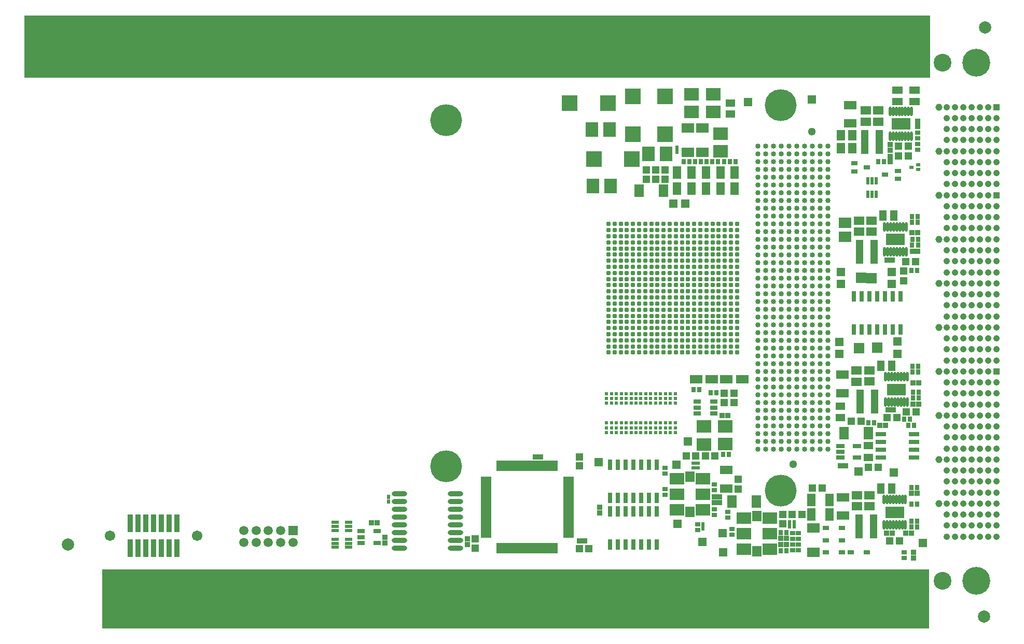
<source format=gts>
G04*
G04 #@! TF.GenerationSoftware,Altium Limited,Altium Designer,19.1.7 (138)*
G04*
G04 Layer_Color=8388736*
%FSLAX25Y25*%
%MOIN*%
G70*
G01*
G75*
%ADD75R,5.31201X0.38133*%
%ADD76R,5.81890X0.40128*%
%ADD77R,0.02375X0.04540*%
%ADD78R,0.04147X0.02965*%
%ADD79R,0.03162X0.02178*%
%ADD80C,0.07874*%
%ADD81R,0.05800X0.05800*%
%ADD82R,0.02375X0.02572*%
%ADD83R,0.03241X0.03241*%
%ADD84R,0.03084X0.03241*%
%ADD85R,0.03241X0.03241*%
%ADD86R,0.04343X0.02769*%
%ADD87R,0.04737X0.04737*%
%ADD88O,0.01784X0.06312*%
%ADD89R,0.12414X0.07729*%
%ADD90R,0.06509X0.05328*%
%ADD91R,0.03241X0.03084*%
%ADD92R,0.04658X0.15367*%
%ADD93C,0.03044*%
%ADD94R,0.07887X0.09658*%
%ADD95R,0.04540X0.02375*%
%ADD96R,0.04540X0.04737*%
%ADD97R,0.04540X0.04540*%
%ADD98R,0.05918X0.06883*%
%ADD99R,0.09265X0.07493*%
%ADD100R,0.02572X0.02375*%
%ADD101R,0.04540X0.04540*%
%ADD102R,0.03700X0.11800*%
%ADD103R,0.10052X0.10446*%
%ADD104R,0.10446X0.10052*%
%ADD105C,0.02375*%
%ADD106C,0.03320*%
%ADD107R,0.06509X0.01981*%
%ADD108R,0.01981X0.06509*%
%ADD109O,0.09855X0.03162*%
%ADD110R,0.03162X0.06902*%
%ADD111R,0.07887X0.06312*%
%ADD112R,0.08083X0.05721*%
%ADD113R,0.06312X0.07887*%
%ADD114R,0.05328X0.06509*%
%ADD115R,0.04540X0.04737*%
%ADD116R,0.06312X0.04934*%
%ADD117R,0.05328X0.07887*%
%ADD118R,0.07887X0.05328*%
%ADD119R,0.04737X0.04540*%
%ADD120R,0.04737X0.04737*%
%ADD121R,0.04934X0.03162*%
%ADD122R,0.05131X0.03162*%
%ADD123R,0.05131X0.06509*%
%ADD124R,0.06312X0.04934*%
%ADD125R,0.06509X0.05131*%
%ADD126R,0.07887X0.05721*%
%ADD127R,0.05721X0.07887*%
%ADD128R,0.08280X0.07099*%
%ADD129R,0.05721X0.03162*%
%ADD130R,0.05524X0.05524*%
%ADD131R,0.06706X0.07099*%
%ADD132R,0.06902X0.03162*%
%ADD133R,0.09658X0.07887*%
%ADD134C,0.16548*%
%ADD135C,0.17926*%
%ADD136C,0.04147*%
%ADD137C,0.05918*%
%ADD138R,0.05918X0.05918*%
%ADD139C,0.06750*%
%ADD140C,0.11430*%
%ADD141C,0.04540*%
%ADD142R,0.04147X0.04147*%
%ADD143C,0.05118*%
%ADD144C,0.20485*%
%ADD145C,0.03162*%
%ADD146C,0.01981*%
D75*
X-75443Y-296386D02*
D03*
D76*
X-100098Y59168D02*
D03*
D77*
X156159Y-35931D02*
D03*
X153600D02*
D03*
X151041D02*
D03*
Y-27269D02*
D03*
X153600D02*
D03*
X156159D02*
D03*
D78*
X142166Y-16141D02*
D03*
Y-21259D02*
D03*
X150434Y-18700D02*
D03*
X170234Y-25959D02*
D03*
Y-20841D02*
D03*
X161966Y-23400D02*
D03*
D79*
X183333Y-20079D02*
D03*
Y-16929D02*
D03*
X179003Y-18504D02*
D03*
D80*
X-382776Y70768D02*
D03*
X-362894Y-261319D02*
D03*
X226400Y71300D02*
D03*
X225500Y-307500D02*
D03*
D81*
X186180Y-260361D02*
D03*
X33465Y-42039D02*
D03*
X25984D02*
D03*
X57795Y-266339D02*
D03*
X57776Y-253858D02*
D03*
X74016Y23431D02*
D03*
X44460Y-259744D02*
D03*
X-22047Y-208366D02*
D03*
X145000Y-214400D02*
D03*
X167717Y-215059D02*
D03*
X114943Y24902D02*
D03*
X28000Y-209900D02*
D03*
X28740Y-247933D02*
D03*
X35138Y-195079D02*
D03*
D82*
X28248Y-8661D02*
D03*
Y-5906D02*
D03*
X-157185Y-230807D02*
D03*
Y-233563D02*
D03*
X44943Y-248369D02*
D03*
Y-251125D02*
D03*
X100689Y-246949D02*
D03*
Y-249705D02*
D03*
X103642Y-246949D02*
D03*
Y-249705D02*
D03*
D83*
X-21358Y-240846D02*
D03*
Y-237303D02*
D03*
X180413Y-270019D02*
D03*
Y-266476D02*
D03*
X-106299Y-261319D02*
D03*
Y-257776D02*
D03*
X182972Y7579D02*
D03*
Y11122D02*
D03*
X165256Y-7677D02*
D03*
Y-4134D02*
D03*
Y-15059D02*
D03*
Y-11516D02*
D03*
X-159265Y-256757D02*
D03*
Y-260300D02*
D03*
D84*
X38996Y-161614D02*
D03*
X42697D02*
D03*
X155098Y-183071D02*
D03*
X151398D02*
D03*
X180689Y-184646D02*
D03*
X176988D02*
D03*
X61496Y-203248D02*
D03*
X57795D02*
D03*
X182756Y-84842D02*
D03*
X179055D02*
D03*
X183146Y-68701D02*
D03*
X179445D02*
D03*
X98701Y-253543D02*
D03*
X95000D02*
D03*
X98701Y-265354D02*
D03*
X95000D02*
D03*
X178937Y-224606D02*
D03*
X182638D02*
D03*
X178850Y-235400D02*
D03*
X182550D02*
D03*
X179350Y-50200D02*
D03*
X183050D02*
D03*
X179465Y-64862D02*
D03*
X183166D02*
D03*
X179350Y-54000D02*
D03*
X183050D02*
D03*
X157697Y-15070D02*
D03*
X161398D02*
D03*
X50020Y-163522D02*
D03*
X53721D02*
D03*
X62224Y-14961D02*
D03*
X65925D02*
D03*
X58465D02*
D03*
X54764D02*
D03*
X39882Y-14960D02*
D03*
X43583D02*
D03*
X36201D02*
D03*
X32500D02*
D03*
X50965Y-14961D02*
D03*
X47264D02*
D03*
X182559Y-246260D02*
D03*
X178858D02*
D03*
Y-250098D02*
D03*
X182559D02*
D03*
X183543Y-167126D02*
D03*
X179842D02*
D03*
Y-163287D02*
D03*
X183543D02*
D03*
X179750Y-146600D02*
D03*
X183450D02*
D03*
X179750Y-150400D02*
D03*
X183450D02*
D03*
X178032Y-180807D02*
D03*
X174331D02*
D03*
D85*
X-62795Y-205118D02*
D03*
X-59252D02*
D03*
X162323Y-184744D02*
D03*
X158780D02*
D03*
X136713Y-210630D02*
D03*
X133169D02*
D03*
X166535Y-254035D02*
D03*
X162992D02*
D03*
X179524Y-72539D02*
D03*
X183067D02*
D03*
X166729Y-78248D02*
D03*
X163186D02*
D03*
X95079Y-261417D02*
D03*
X98622D02*
D03*
X95079Y-257480D02*
D03*
X98622D02*
D03*
X52165Y-234449D02*
D03*
X55709D02*
D03*
X52165Y-230512D02*
D03*
X55709D02*
D03*
X182480Y-228445D02*
D03*
X178937D02*
D03*
X182969Y-60728D02*
D03*
X179426D02*
D03*
X175295Y-253937D02*
D03*
X178839D02*
D03*
X-168025Y-247406D02*
D03*
X-164482D02*
D03*
X-30906Y-258957D02*
D03*
X-34449D02*
D03*
X60827Y-178445D02*
D03*
X57284D02*
D03*
X183465Y-170965D02*
D03*
X179921D02*
D03*
X167421Y-174705D02*
D03*
X163878D02*
D03*
X183465Y-157382D02*
D03*
X179921D02*
D03*
D86*
X124114Y-250685D02*
D03*
X134350D02*
D03*
X140059Y-266240D02*
D03*
X150295D02*
D03*
X134350Y-258585D02*
D03*
X124114D02*
D03*
X134350Y-266175D02*
D03*
X124114D02*
D03*
D87*
X8465Y-20276D02*
D03*
Y-26181D02*
D03*
X14567Y-20276D02*
D03*
Y-26181D02*
D03*
X20472Y-20276D02*
D03*
Y-26181D02*
D03*
X-101378Y-257776D02*
D03*
Y-263681D02*
D03*
X-34350Y-210728D02*
D03*
Y-204823D02*
D03*
D88*
X176181Y-153445D02*
D03*
X174213D02*
D03*
X172244D02*
D03*
X170276D02*
D03*
X168307D02*
D03*
X166339D02*
D03*
X164370D02*
D03*
X162402D02*
D03*
X176181Y-169587D02*
D03*
X174213D02*
D03*
X172244D02*
D03*
X170276D02*
D03*
X168307D02*
D03*
X166339D02*
D03*
X164370D02*
D03*
X162402D02*
D03*
X175489Y-56878D02*
D03*
X173520D02*
D03*
X171552D02*
D03*
X169583D02*
D03*
X167615D02*
D03*
X165646D02*
D03*
X163678D02*
D03*
X161709D02*
D03*
X175489Y-73019D02*
D03*
X173520D02*
D03*
X171552D02*
D03*
X169583D02*
D03*
X167615D02*
D03*
X165646D02*
D03*
X163678D02*
D03*
X161709D02*
D03*
X179016Y17323D02*
D03*
X177047D02*
D03*
X175079D02*
D03*
X173110D02*
D03*
X171142D02*
D03*
X169173D02*
D03*
X167205D02*
D03*
X165236D02*
D03*
X179016Y1181D02*
D03*
X177047D02*
D03*
X175079D02*
D03*
X173110D02*
D03*
X171142D02*
D03*
X169173D02*
D03*
X167205D02*
D03*
X165236D02*
D03*
X161319Y-248622D02*
D03*
X163287D02*
D03*
X165256D02*
D03*
X167224D02*
D03*
X169193D02*
D03*
X171161D02*
D03*
X173130D02*
D03*
X175098D02*
D03*
X161319Y-232480D02*
D03*
X163287D02*
D03*
X165256D02*
D03*
X167224D02*
D03*
X169193D02*
D03*
X171161D02*
D03*
X173130D02*
D03*
X175098D02*
D03*
D89*
X169291Y-161516D02*
D03*
X168599Y-64948D02*
D03*
X172126Y9252D02*
D03*
X168209Y-240551D02*
D03*
D90*
X157776Y10827D02*
D03*
Y17913D02*
D03*
X149606Y10827D02*
D03*
Y17913D02*
D03*
X151870Y-156398D02*
D03*
Y-149311D02*
D03*
X143701Y-156496D02*
D03*
Y-149409D02*
D03*
X153350Y-59971D02*
D03*
Y-52885D02*
D03*
X145272Y-59971D02*
D03*
Y-52885D02*
D03*
X151866Y-236695D02*
D03*
Y-229608D02*
D03*
X143894Y-236695D02*
D03*
Y-229608D02*
D03*
D91*
X174124Y-266397D02*
D03*
Y-270098D02*
D03*
X52362Y-238504D02*
D03*
Y-242205D02*
D03*
X41507Y-252146D02*
D03*
Y-248445D02*
D03*
X106299Y-261339D02*
D03*
Y-265039D02*
D03*
Y-257559D02*
D03*
Y-253858D02*
D03*
X60888Y-244075D02*
D03*
Y-240374D02*
D03*
X102461Y-265039D02*
D03*
Y-261339D02*
D03*
Y-253858D02*
D03*
Y-257559D02*
D03*
X63779Y-251299D02*
D03*
Y-255000D02*
D03*
X20700Y-215750D02*
D03*
Y-212050D02*
D03*
X52362Y-222756D02*
D03*
Y-226457D02*
D03*
X20669Y-225602D02*
D03*
Y-229303D02*
D03*
X182968Y20D02*
D03*
Y3720D02*
D03*
Y-3661D02*
D03*
Y-7362D02*
D03*
D92*
X158405Y-2165D02*
D03*
X149075D02*
D03*
X145335Y-249606D02*
D03*
X154665D02*
D03*
X146024Y-169390D02*
D03*
X155354D02*
D03*
X145725Y-72964D02*
D03*
X155055D02*
D03*
D93*
X43307Y-114173D02*
D03*
Y-110236D02*
D03*
X-15748Y-55118D02*
D03*
X-11811D02*
D03*
X-7874D02*
D03*
X-3937D02*
D03*
X0D02*
D03*
X3937D02*
D03*
X7874D02*
D03*
X11811D02*
D03*
X15748D02*
D03*
X19685D02*
D03*
X23622D02*
D03*
X27559D02*
D03*
X31496D02*
D03*
X35433D02*
D03*
X39370D02*
D03*
X43307D02*
D03*
X47244D02*
D03*
X51181D02*
D03*
X55118D02*
D03*
X59055D02*
D03*
X62992D02*
D03*
X66929D02*
D03*
X-15748Y-59055D02*
D03*
X-11811D02*
D03*
X-7874D02*
D03*
X-3937D02*
D03*
X0D02*
D03*
X3937D02*
D03*
X7874D02*
D03*
X11811D02*
D03*
X15748D02*
D03*
X19685D02*
D03*
X23622D02*
D03*
X27559D02*
D03*
X31496D02*
D03*
X35433D02*
D03*
X39370D02*
D03*
X43307D02*
D03*
X47244D02*
D03*
X51181D02*
D03*
X55118D02*
D03*
X59055D02*
D03*
X62992D02*
D03*
X66929D02*
D03*
X-15748Y-62992D02*
D03*
X-11811D02*
D03*
X-7874D02*
D03*
X-3937D02*
D03*
X0D02*
D03*
X3937D02*
D03*
X7874D02*
D03*
X11811D02*
D03*
X15748D02*
D03*
X19685D02*
D03*
X23622D02*
D03*
X27559D02*
D03*
X31496D02*
D03*
X35433D02*
D03*
X39370D02*
D03*
X43307D02*
D03*
X47244D02*
D03*
X51181D02*
D03*
X55118D02*
D03*
X59055D02*
D03*
X62992D02*
D03*
X66929D02*
D03*
X-15748Y-66929D02*
D03*
X-11811D02*
D03*
X-7874D02*
D03*
X-3937D02*
D03*
X0D02*
D03*
X3937D02*
D03*
X7874D02*
D03*
X11811D02*
D03*
X15748D02*
D03*
X19685D02*
D03*
X23622D02*
D03*
X27559D02*
D03*
X31496D02*
D03*
X35433D02*
D03*
X39370D02*
D03*
X43307D02*
D03*
X47244D02*
D03*
X51181D02*
D03*
X55118D02*
D03*
X59055D02*
D03*
X62992D02*
D03*
X66929D02*
D03*
X-15748Y-70866D02*
D03*
X-11811D02*
D03*
X-7874D02*
D03*
X-3937D02*
D03*
X0D02*
D03*
X3937D02*
D03*
X7874D02*
D03*
X11811D02*
D03*
X15748D02*
D03*
X19685D02*
D03*
X23622D02*
D03*
X27559D02*
D03*
X31496D02*
D03*
X35433D02*
D03*
X39370D02*
D03*
X43307D02*
D03*
X47244D02*
D03*
X51181D02*
D03*
X55118D02*
D03*
X59055D02*
D03*
X62992D02*
D03*
X66929D02*
D03*
X-15748Y-74803D02*
D03*
X-11811D02*
D03*
X-7874D02*
D03*
X-3937D02*
D03*
X0D02*
D03*
X3937D02*
D03*
X7874D02*
D03*
X11811D02*
D03*
X15748D02*
D03*
X19685D02*
D03*
X23622D02*
D03*
X27559D02*
D03*
X31496D02*
D03*
X35433D02*
D03*
X39370D02*
D03*
X43307D02*
D03*
X47244D02*
D03*
X51181D02*
D03*
X55118D02*
D03*
X59055D02*
D03*
X62992D02*
D03*
X66929D02*
D03*
X-15748Y-78740D02*
D03*
X-11811D02*
D03*
X-7874D02*
D03*
X-3937D02*
D03*
X0D02*
D03*
X3937D02*
D03*
X7874D02*
D03*
X11811D02*
D03*
X15748D02*
D03*
X19685D02*
D03*
X23622D02*
D03*
X27559D02*
D03*
X31496D02*
D03*
X35433D02*
D03*
X39370D02*
D03*
X43307D02*
D03*
X47244D02*
D03*
X51181D02*
D03*
X55118D02*
D03*
X59055D02*
D03*
X62992D02*
D03*
X66929D02*
D03*
X-15748Y-82677D02*
D03*
X-11811D02*
D03*
X-7874D02*
D03*
X-3937D02*
D03*
X0D02*
D03*
X3937D02*
D03*
X7874D02*
D03*
X11811D02*
D03*
X15748D02*
D03*
X19685D02*
D03*
X23622D02*
D03*
X27559D02*
D03*
X31496D02*
D03*
X35433D02*
D03*
X39370D02*
D03*
X43307D02*
D03*
X47244D02*
D03*
X51181D02*
D03*
X55118D02*
D03*
X59055D02*
D03*
X62992D02*
D03*
X66929D02*
D03*
X-15748Y-86614D02*
D03*
X-11811D02*
D03*
X-7874D02*
D03*
X-3937D02*
D03*
X0D02*
D03*
X3937D02*
D03*
X7874D02*
D03*
X11811D02*
D03*
X15748D02*
D03*
X19685D02*
D03*
X23622D02*
D03*
X27559D02*
D03*
X31496D02*
D03*
X35433D02*
D03*
X39370D02*
D03*
X43307D02*
D03*
X47244D02*
D03*
X51181D02*
D03*
X55118D02*
D03*
X59055D02*
D03*
X62992D02*
D03*
X66929D02*
D03*
X-15748Y-90551D02*
D03*
X-11811D02*
D03*
X-7874D02*
D03*
X-3937D02*
D03*
X0D02*
D03*
X3937D02*
D03*
X7874D02*
D03*
X11811D02*
D03*
X15748D02*
D03*
X19685D02*
D03*
X23622D02*
D03*
X27559D02*
D03*
X31496D02*
D03*
X35433D02*
D03*
X39370D02*
D03*
X43307D02*
D03*
X47244D02*
D03*
X51181D02*
D03*
X55118D02*
D03*
X59055D02*
D03*
X62992D02*
D03*
X66929D02*
D03*
X-15748Y-94488D02*
D03*
X-11811D02*
D03*
X-7874D02*
D03*
X-3937D02*
D03*
X0D02*
D03*
X3937D02*
D03*
X7874D02*
D03*
X11811D02*
D03*
X15748D02*
D03*
X19685D02*
D03*
X23622D02*
D03*
X27559D02*
D03*
X31496D02*
D03*
X35433D02*
D03*
X39370D02*
D03*
X43307D02*
D03*
X47244D02*
D03*
X51181D02*
D03*
X55118D02*
D03*
X59055D02*
D03*
X62992D02*
D03*
X66929D02*
D03*
X-15748Y-98425D02*
D03*
X-11811D02*
D03*
X-7874D02*
D03*
X-3937D02*
D03*
X0D02*
D03*
X3937D02*
D03*
X7874D02*
D03*
X11811D02*
D03*
X15748D02*
D03*
X19685D02*
D03*
X23622D02*
D03*
X27559D02*
D03*
X31496D02*
D03*
X35433D02*
D03*
X39370D02*
D03*
X43307D02*
D03*
X47244D02*
D03*
X51181D02*
D03*
X55118D02*
D03*
X59055D02*
D03*
X62992D02*
D03*
X66929D02*
D03*
X-15748Y-102362D02*
D03*
X-11811D02*
D03*
X-7874D02*
D03*
X-3937D02*
D03*
X0D02*
D03*
X3937D02*
D03*
X7874D02*
D03*
X11811D02*
D03*
X15748D02*
D03*
X19685D02*
D03*
X23622D02*
D03*
X27559D02*
D03*
X31496D02*
D03*
X35433D02*
D03*
X39370D02*
D03*
X43307D02*
D03*
X47244D02*
D03*
X51181D02*
D03*
X55118D02*
D03*
X59055D02*
D03*
X62992D02*
D03*
X66929D02*
D03*
X-15748Y-106299D02*
D03*
X-11811D02*
D03*
X-7874D02*
D03*
X-3937D02*
D03*
X0D02*
D03*
X3937D02*
D03*
X7874D02*
D03*
X11811D02*
D03*
X15748D02*
D03*
X19685D02*
D03*
X23622D02*
D03*
X27559D02*
D03*
X31496D02*
D03*
X35433D02*
D03*
X39370D02*
D03*
X43307D02*
D03*
X47244D02*
D03*
X51181D02*
D03*
X55118D02*
D03*
X59055D02*
D03*
X62992D02*
D03*
X66929D02*
D03*
X-15748Y-110236D02*
D03*
X-11811D02*
D03*
X-7874D02*
D03*
X-3937D02*
D03*
X0D02*
D03*
X3937D02*
D03*
X7874D02*
D03*
X11811D02*
D03*
X15748D02*
D03*
X19685D02*
D03*
X23622D02*
D03*
X27559D02*
D03*
X31496D02*
D03*
X35433D02*
D03*
X39370D02*
D03*
X47244D02*
D03*
X51181D02*
D03*
X55118D02*
D03*
X59055D02*
D03*
X62992D02*
D03*
X66929D02*
D03*
X-15748Y-114173D02*
D03*
X-11811D02*
D03*
X-7874D02*
D03*
X-3937D02*
D03*
X0D02*
D03*
X3937D02*
D03*
X7874D02*
D03*
X11811D02*
D03*
X15748D02*
D03*
X19685D02*
D03*
X23622D02*
D03*
X27559D02*
D03*
X31496D02*
D03*
X35433D02*
D03*
X39370D02*
D03*
X47244D02*
D03*
X51181D02*
D03*
X55118D02*
D03*
X59055D02*
D03*
X62992D02*
D03*
X66929D02*
D03*
X-15748Y-118110D02*
D03*
X-11811D02*
D03*
X-7874D02*
D03*
X-3937D02*
D03*
X0D02*
D03*
X3937D02*
D03*
X7874D02*
D03*
X11811D02*
D03*
X15748D02*
D03*
X19685D02*
D03*
X23622D02*
D03*
X27559D02*
D03*
X31496D02*
D03*
X35433D02*
D03*
X39370D02*
D03*
X43307D02*
D03*
X47244D02*
D03*
X51181D02*
D03*
X55118D02*
D03*
X59055D02*
D03*
X62992D02*
D03*
X66929D02*
D03*
X-15748Y-122047D02*
D03*
X-11811D02*
D03*
X-7874D02*
D03*
X-3937D02*
D03*
X0D02*
D03*
X3937D02*
D03*
X7874D02*
D03*
X11811D02*
D03*
X15748D02*
D03*
X19685D02*
D03*
X23622D02*
D03*
X27559D02*
D03*
X31496D02*
D03*
X35433D02*
D03*
X39370D02*
D03*
X43307D02*
D03*
X47244D02*
D03*
X51181D02*
D03*
X55118D02*
D03*
X59055D02*
D03*
X62992D02*
D03*
X66929D02*
D03*
X-15748Y-125984D02*
D03*
X-11811D02*
D03*
X-7874D02*
D03*
X-3937D02*
D03*
X0D02*
D03*
X3937D02*
D03*
X7874D02*
D03*
X11811D02*
D03*
X15748D02*
D03*
X19685D02*
D03*
X23622D02*
D03*
X27559D02*
D03*
X31496D02*
D03*
X35433D02*
D03*
X39370D02*
D03*
X43307D02*
D03*
X47244D02*
D03*
X51181D02*
D03*
X55118D02*
D03*
X59055D02*
D03*
X62992D02*
D03*
X66929D02*
D03*
X-15748Y-137795D02*
D03*
X-11811D02*
D03*
X-7874D02*
D03*
X-3937D02*
D03*
X0D02*
D03*
X3937D02*
D03*
X7874D02*
D03*
X11811D02*
D03*
X15748D02*
D03*
X19685D02*
D03*
X23622D02*
D03*
X27559D02*
D03*
X31496D02*
D03*
X35433D02*
D03*
X39370D02*
D03*
X43307D02*
D03*
X47244D02*
D03*
X51181D02*
D03*
X55118D02*
D03*
X59055D02*
D03*
X62992D02*
D03*
X66929D02*
D03*
Y-133858D02*
D03*
X62992D02*
D03*
X59055D02*
D03*
X55118D02*
D03*
X51181D02*
D03*
X47244D02*
D03*
X43307D02*
D03*
X39370D02*
D03*
X35433D02*
D03*
X31496D02*
D03*
X27559D02*
D03*
X23622D02*
D03*
X19685D02*
D03*
X15748D02*
D03*
X11811D02*
D03*
X7874D02*
D03*
X3937D02*
D03*
X0D02*
D03*
X-3937D02*
D03*
X-7874D02*
D03*
X-11811D02*
D03*
X-15748D02*
D03*
X66929Y-129921D02*
D03*
X62992D02*
D03*
X59055D02*
D03*
X55118D02*
D03*
X51181D02*
D03*
X47244D02*
D03*
X43307D02*
D03*
X39370D02*
D03*
X35433D02*
D03*
X31496D02*
D03*
X27559D02*
D03*
X23622D02*
D03*
X19685D02*
D03*
X15748D02*
D03*
X11811D02*
D03*
X7874D02*
D03*
X3937D02*
D03*
X0D02*
D03*
X-3937D02*
D03*
X-7874D02*
D03*
X-11811D02*
D03*
X-15748D02*
D03*
D94*
X-26378Y5610D02*
D03*
X-14961D02*
D03*
X-14370Y-30512D02*
D03*
X-25787D02*
D03*
X21260Y-10039D02*
D03*
X9843D02*
D03*
D95*
X-182837Y-257972D02*
D03*
Y-260531D02*
D03*
Y-263091D02*
D03*
X-191498D02*
D03*
Y-260531D02*
D03*
Y-257972D02*
D03*
X-182837Y-247047D02*
D03*
Y-249606D02*
D03*
Y-252165D02*
D03*
X-191498D02*
D03*
Y-249606D02*
D03*
Y-247047D02*
D03*
D96*
X102264Y-242065D02*
D03*
X108563D02*
D03*
X46457Y-204331D02*
D03*
X52756D02*
D03*
X64961Y-163920D02*
D03*
X58662D02*
D03*
D97*
X96161Y-242028D02*
D03*
Y-247933D02*
D03*
D98*
X79528Y-243100D02*
D03*
Y-265561D02*
D03*
X36614Y-217707D02*
D03*
Y-240167D02*
D03*
D99*
X87795Y-244331D02*
D03*
Y-254331D02*
D03*
X71260Y-264331D02*
D03*
X87795D02*
D03*
X71260Y-254331D02*
D03*
Y-244331D02*
D03*
X44882Y-218937D02*
D03*
Y-228937D02*
D03*
X28346Y-238937D02*
D03*
X44882D02*
D03*
X28346Y-228937D02*
D03*
Y-218937D02*
D03*
D100*
X41704Y-208921D02*
D03*
X38948D02*
D03*
X41704Y-212071D02*
D03*
X38948D02*
D03*
D101*
X40354Y-204331D02*
D03*
X34449D02*
D03*
D102*
X-293071Y-247709D02*
D03*
Y-263709D02*
D03*
X-298071Y-247709D02*
D03*
Y-263709D02*
D03*
X-303071Y-247709D02*
D03*
Y-263709D02*
D03*
X-308071Y-247709D02*
D03*
Y-263709D02*
D03*
X-313071Y-247709D02*
D03*
Y-263709D02*
D03*
X-318071Y-247709D02*
D03*
Y-263709D02*
D03*
X-323071Y-247709D02*
D03*
Y-263709D02*
D03*
D103*
X-16142Y22835D02*
D03*
X-40551D02*
D03*
X-689Y-13189D02*
D03*
X-25098D02*
D03*
D104*
X20472Y2736D02*
D03*
Y27145D02*
D03*
X0Y2736D02*
D03*
Y27145D02*
D03*
D105*
X-16929Y-189370D02*
D03*
Y-186221D02*
D03*
Y-183071D02*
D03*
Y-170472D02*
D03*
Y-167323D02*
D03*
Y-164173D02*
D03*
X-13780Y-189370D02*
D03*
Y-186221D02*
D03*
Y-183071D02*
D03*
Y-170472D02*
D03*
Y-167323D02*
D03*
Y-164173D02*
D03*
X-10630Y-189370D02*
D03*
Y-186221D02*
D03*
Y-183071D02*
D03*
Y-170472D02*
D03*
Y-167323D02*
D03*
Y-164173D02*
D03*
X-7480Y-189370D02*
D03*
Y-186221D02*
D03*
Y-183071D02*
D03*
Y-170472D02*
D03*
Y-167323D02*
D03*
Y-164173D02*
D03*
X-4331Y-189370D02*
D03*
Y-186221D02*
D03*
Y-183071D02*
D03*
Y-170472D02*
D03*
Y-167323D02*
D03*
Y-164173D02*
D03*
X-1181Y-189370D02*
D03*
Y-186221D02*
D03*
Y-183071D02*
D03*
Y-170472D02*
D03*
Y-167323D02*
D03*
Y-164173D02*
D03*
X1969Y-189370D02*
D03*
Y-186221D02*
D03*
Y-183071D02*
D03*
Y-170472D02*
D03*
Y-167323D02*
D03*
Y-164173D02*
D03*
X5118Y-189370D02*
D03*
Y-186221D02*
D03*
Y-183071D02*
D03*
Y-170472D02*
D03*
Y-167323D02*
D03*
Y-164173D02*
D03*
X8268Y-189370D02*
D03*
Y-186221D02*
D03*
Y-183071D02*
D03*
Y-170472D02*
D03*
Y-167323D02*
D03*
Y-164173D02*
D03*
X11417Y-189370D02*
D03*
Y-186221D02*
D03*
Y-183071D02*
D03*
Y-170472D02*
D03*
Y-167323D02*
D03*
Y-164173D02*
D03*
X14567Y-189370D02*
D03*
Y-186221D02*
D03*
Y-183071D02*
D03*
Y-170472D02*
D03*
Y-167323D02*
D03*
Y-164173D02*
D03*
X17717Y-189370D02*
D03*
Y-186221D02*
D03*
Y-183071D02*
D03*
Y-170472D02*
D03*
Y-167323D02*
D03*
Y-164173D02*
D03*
X20866Y-189370D02*
D03*
Y-186221D02*
D03*
Y-183071D02*
D03*
Y-170472D02*
D03*
Y-167323D02*
D03*
Y-164173D02*
D03*
X24016Y-189370D02*
D03*
Y-186221D02*
D03*
Y-183071D02*
D03*
Y-170472D02*
D03*
Y-167323D02*
D03*
Y-164173D02*
D03*
X27165Y-189370D02*
D03*
Y-186221D02*
D03*
Y-183071D02*
D03*
Y-170472D02*
D03*
Y-167323D02*
D03*
Y-164173D02*
D03*
D106*
X120435Y-200070D02*
D03*
Y-195070D02*
D03*
Y-190070D02*
D03*
Y-185070D02*
D03*
Y-180070D02*
D03*
Y-175070D02*
D03*
Y-170070D02*
D03*
Y-165070D02*
D03*
Y-160070D02*
D03*
Y-155070D02*
D03*
Y-150070D02*
D03*
Y-145070D02*
D03*
Y-140070D02*
D03*
Y-135070D02*
D03*
Y-130070D02*
D03*
Y-125070D02*
D03*
Y-120070D02*
D03*
Y-115070D02*
D03*
Y-110070D02*
D03*
Y-105070D02*
D03*
Y-100070D02*
D03*
Y-95070D02*
D03*
Y-90070D02*
D03*
Y-85070D02*
D03*
Y-80070D02*
D03*
Y-75070D02*
D03*
Y-70070D02*
D03*
Y-65070D02*
D03*
Y-60070D02*
D03*
Y-55070D02*
D03*
Y-50070D02*
D03*
Y-45070D02*
D03*
Y-40070D02*
D03*
Y-35070D02*
D03*
Y-30070D02*
D03*
Y-25070D02*
D03*
Y-20070D02*
D03*
Y-15070D02*
D03*
Y-10070D02*
D03*
Y-5070D02*
D03*
X125435D02*
D03*
Y-10070D02*
D03*
Y-15070D02*
D03*
Y-20070D02*
D03*
Y-25070D02*
D03*
Y-30070D02*
D03*
Y-35070D02*
D03*
Y-40070D02*
D03*
Y-45070D02*
D03*
Y-50070D02*
D03*
Y-55070D02*
D03*
Y-60070D02*
D03*
Y-65070D02*
D03*
Y-70070D02*
D03*
Y-75070D02*
D03*
Y-80070D02*
D03*
Y-85070D02*
D03*
Y-90070D02*
D03*
Y-95070D02*
D03*
Y-100070D02*
D03*
Y-105070D02*
D03*
Y-110070D02*
D03*
Y-115070D02*
D03*
Y-120070D02*
D03*
Y-125070D02*
D03*
Y-130070D02*
D03*
Y-135070D02*
D03*
Y-140070D02*
D03*
Y-145070D02*
D03*
Y-150070D02*
D03*
Y-155070D02*
D03*
Y-160070D02*
D03*
Y-165070D02*
D03*
Y-170070D02*
D03*
Y-175070D02*
D03*
Y-180070D02*
D03*
Y-185070D02*
D03*
Y-190070D02*
D03*
Y-195070D02*
D03*
Y-200070D02*
D03*
X115435Y-5070D02*
D03*
Y-10070D02*
D03*
Y-15070D02*
D03*
Y-20070D02*
D03*
Y-25070D02*
D03*
Y-30070D02*
D03*
Y-35070D02*
D03*
Y-40070D02*
D03*
Y-45070D02*
D03*
Y-50070D02*
D03*
Y-55070D02*
D03*
Y-60070D02*
D03*
Y-65070D02*
D03*
Y-70070D02*
D03*
Y-75070D02*
D03*
Y-80070D02*
D03*
Y-85070D02*
D03*
Y-90070D02*
D03*
Y-95070D02*
D03*
Y-100070D02*
D03*
Y-105070D02*
D03*
Y-110070D02*
D03*
Y-115070D02*
D03*
Y-120070D02*
D03*
Y-125070D02*
D03*
Y-130070D02*
D03*
Y-135070D02*
D03*
Y-140070D02*
D03*
Y-145070D02*
D03*
Y-150070D02*
D03*
Y-155070D02*
D03*
Y-160070D02*
D03*
Y-165070D02*
D03*
Y-170070D02*
D03*
Y-175070D02*
D03*
Y-180070D02*
D03*
Y-185070D02*
D03*
Y-190070D02*
D03*
Y-195070D02*
D03*
Y-200070D02*
D03*
X110435Y-5070D02*
D03*
Y-10070D02*
D03*
Y-15070D02*
D03*
Y-20070D02*
D03*
Y-25070D02*
D03*
Y-30070D02*
D03*
Y-35070D02*
D03*
Y-40070D02*
D03*
Y-45070D02*
D03*
Y-50070D02*
D03*
Y-55070D02*
D03*
Y-60070D02*
D03*
Y-65070D02*
D03*
Y-70070D02*
D03*
Y-75070D02*
D03*
Y-80070D02*
D03*
Y-85070D02*
D03*
Y-90070D02*
D03*
Y-95070D02*
D03*
Y-100070D02*
D03*
Y-105070D02*
D03*
Y-110070D02*
D03*
Y-115070D02*
D03*
Y-120070D02*
D03*
Y-125070D02*
D03*
Y-130070D02*
D03*
Y-135070D02*
D03*
Y-140070D02*
D03*
Y-145070D02*
D03*
Y-150070D02*
D03*
Y-155070D02*
D03*
Y-160070D02*
D03*
Y-165070D02*
D03*
Y-170070D02*
D03*
Y-175070D02*
D03*
Y-180070D02*
D03*
Y-185070D02*
D03*
Y-190070D02*
D03*
Y-195070D02*
D03*
Y-200070D02*
D03*
X105435Y-5070D02*
D03*
Y-10070D02*
D03*
Y-15070D02*
D03*
Y-20070D02*
D03*
Y-25070D02*
D03*
Y-30070D02*
D03*
Y-35070D02*
D03*
Y-40070D02*
D03*
Y-45070D02*
D03*
Y-50070D02*
D03*
Y-55070D02*
D03*
Y-60070D02*
D03*
Y-65070D02*
D03*
Y-70070D02*
D03*
Y-75070D02*
D03*
Y-80070D02*
D03*
Y-85070D02*
D03*
Y-90070D02*
D03*
Y-95070D02*
D03*
Y-100070D02*
D03*
Y-105070D02*
D03*
Y-110070D02*
D03*
Y-115070D02*
D03*
Y-120070D02*
D03*
Y-125070D02*
D03*
Y-130070D02*
D03*
Y-135070D02*
D03*
Y-140070D02*
D03*
Y-145070D02*
D03*
Y-150070D02*
D03*
Y-155070D02*
D03*
Y-160070D02*
D03*
Y-165070D02*
D03*
Y-170070D02*
D03*
Y-175070D02*
D03*
Y-180070D02*
D03*
Y-185070D02*
D03*
Y-190070D02*
D03*
Y-195070D02*
D03*
Y-200070D02*
D03*
X100435Y-5070D02*
D03*
Y-10070D02*
D03*
Y-15070D02*
D03*
Y-20070D02*
D03*
Y-25070D02*
D03*
Y-30070D02*
D03*
Y-35070D02*
D03*
Y-40070D02*
D03*
Y-45070D02*
D03*
Y-50070D02*
D03*
Y-55070D02*
D03*
Y-60070D02*
D03*
Y-65070D02*
D03*
Y-70070D02*
D03*
Y-75070D02*
D03*
Y-80070D02*
D03*
Y-85070D02*
D03*
Y-90070D02*
D03*
Y-95070D02*
D03*
Y-100070D02*
D03*
Y-105070D02*
D03*
Y-110070D02*
D03*
Y-115070D02*
D03*
Y-120070D02*
D03*
Y-125070D02*
D03*
Y-130070D02*
D03*
Y-135070D02*
D03*
Y-140070D02*
D03*
Y-145070D02*
D03*
Y-150070D02*
D03*
Y-155070D02*
D03*
Y-160070D02*
D03*
Y-165070D02*
D03*
Y-170070D02*
D03*
Y-175070D02*
D03*
Y-180070D02*
D03*
Y-185070D02*
D03*
Y-190070D02*
D03*
Y-195070D02*
D03*
Y-200070D02*
D03*
X95435Y-5070D02*
D03*
Y-10070D02*
D03*
Y-15070D02*
D03*
Y-20070D02*
D03*
Y-25070D02*
D03*
Y-30070D02*
D03*
Y-35070D02*
D03*
Y-40070D02*
D03*
Y-45070D02*
D03*
Y-50070D02*
D03*
Y-55070D02*
D03*
Y-60070D02*
D03*
Y-65070D02*
D03*
Y-70070D02*
D03*
Y-75070D02*
D03*
Y-80070D02*
D03*
Y-85070D02*
D03*
Y-90070D02*
D03*
Y-95070D02*
D03*
Y-100070D02*
D03*
Y-105070D02*
D03*
Y-110070D02*
D03*
Y-115070D02*
D03*
Y-120070D02*
D03*
Y-125070D02*
D03*
Y-130070D02*
D03*
Y-135070D02*
D03*
Y-140070D02*
D03*
Y-145070D02*
D03*
Y-150070D02*
D03*
Y-155070D02*
D03*
Y-160070D02*
D03*
Y-165070D02*
D03*
Y-170070D02*
D03*
Y-175070D02*
D03*
Y-180070D02*
D03*
Y-185070D02*
D03*
Y-190070D02*
D03*
Y-195070D02*
D03*
Y-200070D02*
D03*
X90435Y-5070D02*
D03*
Y-10070D02*
D03*
Y-15070D02*
D03*
Y-20070D02*
D03*
Y-25070D02*
D03*
Y-30070D02*
D03*
Y-35070D02*
D03*
Y-40070D02*
D03*
Y-45070D02*
D03*
Y-50070D02*
D03*
Y-55070D02*
D03*
Y-60070D02*
D03*
Y-65070D02*
D03*
Y-70070D02*
D03*
Y-75070D02*
D03*
Y-80070D02*
D03*
Y-85070D02*
D03*
Y-90070D02*
D03*
Y-95070D02*
D03*
Y-100070D02*
D03*
Y-105070D02*
D03*
Y-110070D02*
D03*
Y-115070D02*
D03*
Y-120070D02*
D03*
Y-125070D02*
D03*
Y-130070D02*
D03*
Y-135070D02*
D03*
Y-140070D02*
D03*
Y-145070D02*
D03*
Y-150070D02*
D03*
Y-155070D02*
D03*
Y-160070D02*
D03*
Y-165070D02*
D03*
Y-170070D02*
D03*
Y-175070D02*
D03*
Y-180070D02*
D03*
Y-185070D02*
D03*
Y-190070D02*
D03*
Y-195070D02*
D03*
Y-200070D02*
D03*
X85435Y-5070D02*
D03*
Y-10070D02*
D03*
Y-15070D02*
D03*
Y-20070D02*
D03*
Y-25070D02*
D03*
Y-30070D02*
D03*
Y-35070D02*
D03*
Y-40070D02*
D03*
Y-45070D02*
D03*
Y-50070D02*
D03*
Y-55070D02*
D03*
Y-60070D02*
D03*
Y-65070D02*
D03*
Y-70070D02*
D03*
Y-75070D02*
D03*
Y-80070D02*
D03*
Y-85070D02*
D03*
Y-90070D02*
D03*
Y-95070D02*
D03*
Y-100070D02*
D03*
Y-105070D02*
D03*
Y-110070D02*
D03*
Y-115070D02*
D03*
Y-120070D02*
D03*
Y-125070D02*
D03*
Y-130070D02*
D03*
Y-135070D02*
D03*
Y-140070D02*
D03*
Y-145070D02*
D03*
Y-150070D02*
D03*
Y-155070D02*
D03*
Y-160070D02*
D03*
Y-165070D02*
D03*
Y-170070D02*
D03*
Y-175070D02*
D03*
Y-180070D02*
D03*
Y-185070D02*
D03*
Y-190070D02*
D03*
Y-195070D02*
D03*
Y-200070D02*
D03*
X80435Y-5070D02*
D03*
Y-10070D02*
D03*
Y-15070D02*
D03*
Y-20070D02*
D03*
Y-25070D02*
D03*
Y-30070D02*
D03*
Y-35070D02*
D03*
Y-40070D02*
D03*
Y-45070D02*
D03*
Y-50070D02*
D03*
Y-55070D02*
D03*
Y-60070D02*
D03*
Y-65070D02*
D03*
Y-70070D02*
D03*
Y-75070D02*
D03*
Y-80070D02*
D03*
Y-85070D02*
D03*
Y-90070D02*
D03*
Y-95070D02*
D03*
Y-100070D02*
D03*
Y-105070D02*
D03*
Y-110070D02*
D03*
Y-115070D02*
D03*
Y-120070D02*
D03*
Y-125070D02*
D03*
Y-130070D02*
D03*
Y-135070D02*
D03*
Y-140070D02*
D03*
Y-145070D02*
D03*
Y-150070D02*
D03*
Y-155070D02*
D03*
Y-160070D02*
D03*
Y-165070D02*
D03*
Y-170070D02*
D03*
Y-175070D02*
D03*
Y-180070D02*
D03*
Y-185070D02*
D03*
Y-190070D02*
D03*
Y-195070D02*
D03*
Y-200070D02*
D03*
D107*
X-94390Y-218504D02*
D03*
Y-220472D02*
D03*
Y-222441D02*
D03*
Y-224410D02*
D03*
Y-226378D02*
D03*
Y-228346D02*
D03*
Y-230315D02*
D03*
Y-232283D02*
D03*
Y-234252D02*
D03*
Y-236221D02*
D03*
Y-238189D02*
D03*
Y-240158D02*
D03*
Y-242126D02*
D03*
Y-244094D02*
D03*
Y-246063D02*
D03*
Y-248031D02*
D03*
Y-250000D02*
D03*
Y-251969D02*
D03*
Y-253937D02*
D03*
Y-255906D02*
D03*
X-41437D02*
D03*
Y-253937D02*
D03*
Y-251969D02*
D03*
Y-250000D02*
D03*
Y-248031D02*
D03*
Y-246063D02*
D03*
Y-244094D02*
D03*
Y-242126D02*
D03*
Y-240158D02*
D03*
Y-238189D02*
D03*
Y-236221D02*
D03*
Y-234252D02*
D03*
Y-232283D02*
D03*
Y-230315D02*
D03*
Y-228346D02*
D03*
Y-226378D02*
D03*
Y-224410D02*
D03*
Y-222441D02*
D03*
Y-220472D02*
D03*
Y-218504D02*
D03*
D108*
X-86614Y-263681D02*
D03*
X-84646D02*
D03*
X-82677D02*
D03*
X-80709D02*
D03*
X-78740D02*
D03*
X-76772D02*
D03*
X-74803D02*
D03*
X-72835D02*
D03*
X-70866D02*
D03*
X-68898D02*
D03*
X-66929D02*
D03*
X-64961D02*
D03*
X-62992D02*
D03*
X-61024D02*
D03*
X-59055D02*
D03*
X-57087D02*
D03*
X-55118D02*
D03*
X-53150D02*
D03*
X-51181D02*
D03*
X-49213D02*
D03*
Y-210728D02*
D03*
X-51181D02*
D03*
X-53150D02*
D03*
X-55118D02*
D03*
X-57087D02*
D03*
X-59055D02*
D03*
X-61024D02*
D03*
X-62992D02*
D03*
X-64961D02*
D03*
X-66929D02*
D03*
X-68898D02*
D03*
X-70866D02*
D03*
X-72835D02*
D03*
X-74803D02*
D03*
X-76772D02*
D03*
X-78740D02*
D03*
X-80709D02*
D03*
X-82677D02*
D03*
X-84646D02*
D03*
X-86614D02*
D03*
D109*
X-149902Y-228563D02*
D03*
Y-233563D02*
D03*
Y-238563D02*
D03*
Y-243563D02*
D03*
Y-248563D02*
D03*
Y-253563D02*
D03*
Y-258563D02*
D03*
Y-263563D02*
D03*
X-113878Y-228563D02*
D03*
Y-233563D02*
D03*
Y-238563D02*
D03*
Y-243563D02*
D03*
Y-248563D02*
D03*
Y-253563D02*
D03*
Y-258563D02*
D03*
Y-263563D02*
D03*
D110*
X15276Y-240059D02*
D03*
X10276D02*
D03*
X5276D02*
D03*
X276D02*
D03*
X-4724D02*
D03*
X-9724D02*
D03*
X-14724D02*
D03*
X15276Y-261319D02*
D03*
X10276D02*
D03*
X5276D02*
D03*
X276D02*
D03*
X-4724D02*
D03*
X-9724D02*
D03*
X-14724D02*
D03*
X142030Y-122835D02*
D03*
X147030D02*
D03*
X152030D02*
D03*
X157030D02*
D03*
X162030D02*
D03*
X167030D02*
D03*
X172030D02*
D03*
X142030Y-101575D02*
D03*
X147030D02*
D03*
X152030D02*
D03*
X157030D02*
D03*
X162030D02*
D03*
X167030D02*
D03*
X172030D02*
D03*
X15276Y-209941D02*
D03*
X10276D02*
D03*
X5276D02*
D03*
X276D02*
D03*
X-4724D02*
D03*
X-9724D02*
D03*
X-14724D02*
D03*
X15276Y-231201D02*
D03*
X10276D02*
D03*
X5276D02*
D03*
X276D02*
D03*
X-4724D02*
D03*
X-9724D02*
D03*
X-14724D02*
D03*
D111*
X35236Y-9154D02*
D03*
Y6594D02*
D03*
X44587Y-9154D02*
D03*
Y6594D02*
D03*
X115847Y-250590D02*
D03*
Y-266339D02*
D03*
D112*
X139469Y21457D02*
D03*
Y9646D02*
D03*
X135039Y-231004D02*
D03*
Y-242815D02*
D03*
X134646Y-152067D02*
D03*
Y-163878D02*
D03*
D113*
X19783Y-33760D02*
D03*
X4035D02*
D03*
X63583Y-233563D02*
D03*
X79331D02*
D03*
X135630Y-189665D02*
D03*
X151378D02*
D03*
D114*
X140847Y1870D02*
D03*
X133760D02*
D03*
X140847Y-6299D02*
D03*
X133760D02*
D03*
D115*
X64961Y-169825D02*
D03*
X58662D02*
D03*
X140256Y-181890D02*
D03*
X146555D02*
D03*
X115453Y-225000D02*
D03*
X121752D02*
D03*
X171358Y-258957D02*
D03*
X165059D02*
D03*
X175292Y-79331D02*
D03*
X181591D02*
D03*
X169488Y-179626D02*
D03*
X163189D02*
D03*
X175492Y-175886D02*
D03*
X181791D02*
D03*
X151378Y-211516D02*
D03*
X157677D02*
D03*
D116*
X133366Y-172441D02*
D03*
Y-179528D02*
D03*
X62697Y22638D02*
D03*
Y15551D02*
D03*
D117*
X126340Y-232776D02*
D03*
X114529D02*
D03*
X126378Y-242126D02*
D03*
X114567D02*
D03*
D118*
X60039Y-213386D02*
D03*
Y-225197D02*
D03*
D119*
X67618Y-225787D02*
D03*
Y-219488D02*
D03*
X174100Y-85350D02*
D03*
Y-91650D02*
D03*
X170768Y-5118D02*
D03*
Y-11417D02*
D03*
X176870Y-5118D02*
D03*
Y-11417D02*
D03*
D120*
X-34449Y-263878D02*
D03*
X-28543D02*
D03*
D121*
X41339Y-169488D02*
D03*
Y-173228D02*
D03*
Y-176969D02*
D03*
X51968D02*
D03*
Y-173228D02*
D03*
Y-169488D02*
D03*
D122*
X-164482Y-252820D02*
D03*
Y-260300D02*
D03*
X-174718D02*
D03*
Y-256560D02*
D03*
Y-252820D02*
D03*
D123*
X159252Y-225295D02*
D03*
X166339D02*
D03*
X159153Y-146161D02*
D03*
X166240D02*
D03*
X160528Y-49538D02*
D03*
X167615D02*
D03*
D124*
X151378Y-205217D02*
D03*
Y-197736D02*
D03*
D125*
X180807Y30906D02*
D03*
Y23819D02*
D03*
X169980Y30906D02*
D03*
Y23819D02*
D03*
D126*
X40551Y-155020D02*
D03*
X50787D02*
D03*
X60039D02*
D03*
X70276D02*
D03*
D127*
X65453Y-21920D02*
D03*
Y-32157D02*
D03*
X56201Y-21920D02*
D03*
Y-32157D02*
D03*
X37697Y-21920D02*
D03*
Y-32157D02*
D03*
X28445Y-21920D02*
D03*
Y-32157D02*
D03*
X46949Y-21920D02*
D03*
Y-32157D02*
D03*
D128*
X136217Y-63250D02*
D03*
Y-54195D02*
D03*
D129*
X133169Y-197835D02*
D03*
Y-201575D02*
D03*
Y-205315D02*
D03*
X143799D02*
D03*
Y-197835D02*
D03*
D130*
X169882Y-130709D02*
D03*
Y-138583D02*
D03*
X132579Y-138779D02*
D03*
Y-130905D02*
D03*
X133661Y-93701D02*
D03*
Y-85827D02*
D03*
X166142Y-85925D02*
D03*
Y-93799D02*
D03*
D131*
X157087Y-134646D02*
D03*
X145374Y-134843D02*
D03*
X146457Y-89764D02*
D03*
X153347Y-89862D02*
D03*
D132*
X159449Y-190236D02*
D03*
Y-195236D02*
D03*
Y-200236D02*
D03*
Y-205236D02*
D03*
X180709Y-190236D02*
D03*
Y-195236D02*
D03*
Y-200236D02*
D03*
Y-205236D02*
D03*
D133*
X37697Y16929D02*
D03*
Y28346D02*
D03*
X56299Y-8366D02*
D03*
Y3051D02*
D03*
X45472Y-185470D02*
D03*
Y-196888D02*
D03*
X51772Y16929D02*
D03*
Y28346D02*
D03*
X59449Y-185335D02*
D03*
Y-196752D02*
D03*
D134*
X-320457Y-294034D02*
D03*
Y57935D02*
D03*
X171669D02*
D03*
Y-294034D02*
D03*
X-158646Y57935D02*
D03*
X-58646D02*
D03*
Y-294034D02*
D03*
X-158646D02*
D03*
D135*
X220685Y-284782D02*
D03*
Y48683D02*
D03*
D136*
X206905Y-29466D02*
D03*
X212220D02*
D03*
X222850Y-128679D02*
D03*
X228165D02*
D03*
X222850Y-29466D02*
D03*
X228165D02*
D03*
X233480Y-142852D02*
D03*
Y-135766D02*
D03*
Y-128679D02*
D03*
Y-114506D02*
D03*
Y-107419D02*
D03*
Y-100333D02*
D03*
Y-93246D02*
D03*
Y-86160D02*
D03*
X228165Y-142852D02*
D03*
Y-135766D02*
D03*
Y-114506D02*
D03*
Y-107419D02*
D03*
Y-100333D02*
D03*
Y-93246D02*
D03*
Y-86160D02*
D03*
X222850Y-142852D02*
D03*
Y-135766D02*
D03*
Y-121593D02*
D03*
Y-114506D02*
D03*
Y-107419D02*
D03*
Y-100333D02*
D03*
Y-93246D02*
D03*
Y-86160D02*
D03*
X217535Y-142852D02*
D03*
Y-135766D02*
D03*
Y-128679D02*
D03*
Y-114506D02*
D03*
Y-107419D02*
D03*
Y-100333D02*
D03*
Y-93246D02*
D03*
Y-86160D02*
D03*
X212220Y-142852D02*
D03*
Y-135766D02*
D03*
Y-128679D02*
D03*
Y-114506D02*
D03*
Y-107419D02*
D03*
Y-100333D02*
D03*
Y-93246D02*
D03*
Y-86160D02*
D03*
X206905Y-142852D02*
D03*
Y-135766D02*
D03*
Y-128679D02*
D03*
Y-121593D02*
D03*
Y-114506D02*
D03*
Y-107419D02*
D03*
Y-100333D02*
D03*
Y-93246D02*
D03*
Y-86160D02*
D03*
X201590Y-142852D02*
D03*
Y-135766D02*
D03*
Y-128679D02*
D03*
Y-114506D02*
D03*
Y-100333D02*
D03*
Y-86160D02*
D03*
Y-71986D02*
D03*
Y-64900D02*
D03*
Y-57813D02*
D03*
Y-50726D02*
D03*
Y-43640D02*
D03*
Y-36553D02*
D03*
X206905Y-79073D02*
D03*
Y-71986D02*
D03*
Y-64900D02*
D03*
Y-57813D02*
D03*
Y-50726D02*
D03*
Y-43640D02*
D03*
Y-36553D02*
D03*
X212220Y-79073D02*
D03*
Y-71986D02*
D03*
Y-64900D02*
D03*
Y-57813D02*
D03*
Y-50726D02*
D03*
Y-43640D02*
D03*
Y-36553D02*
D03*
X217535Y-79073D02*
D03*
Y-71986D02*
D03*
Y-64900D02*
D03*
Y-57813D02*
D03*
Y-50726D02*
D03*
Y-43640D02*
D03*
Y-36553D02*
D03*
X222850Y-79073D02*
D03*
Y-71986D02*
D03*
Y-64900D02*
D03*
Y-57813D02*
D03*
Y-50726D02*
D03*
Y-43640D02*
D03*
Y-36553D02*
D03*
X228165Y-79073D02*
D03*
Y-71986D02*
D03*
Y-64900D02*
D03*
Y-57813D02*
D03*
Y-50726D02*
D03*
Y-43640D02*
D03*
Y-36553D02*
D03*
X233480Y-79073D02*
D03*
Y-71986D02*
D03*
Y-64900D02*
D03*
Y-57813D02*
D03*
Y-50726D02*
D03*
Y-43640D02*
D03*
X201590Y-107419D02*
D03*
Y-121593D02*
D03*
X217535D02*
D03*
X212220D02*
D03*
X233480D02*
D03*
X228165D02*
D03*
X201590Y-79073D02*
D03*
Y-93246D02*
D03*
X233480Y13054D02*
D03*
Y5967D02*
D03*
Y-1120D02*
D03*
Y-8206D02*
D03*
Y-15293D02*
D03*
Y-22380D02*
D03*
Y-29466D02*
D03*
X228165Y20140D02*
D03*
Y13054D02*
D03*
Y5967D02*
D03*
Y-1120D02*
D03*
Y-8206D02*
D03*
Y-15293D02*
D03*
Y-22380D02*
D03*
X222850Y20140D02*
D03*
Y13054D02*
D03*
Y5967D02*
D03*
Y-1120D02*
D03*
Y-8206D02*
D03*
Y-15293D02*
D03*
Y-22380D02*
D03*
X217535Y20140D02*
D03*
Y13054D02*
D03*
Y5967D02*
D03*
Y-1120D02*
D03*
Y-8206D02*
D03*
Y-15293D02*
D03*
Y-22380D02*
D03*
Y-29466D02*
D03*
X212220Y20140D02*
D03*
Y13054D02*
D03*
Y5967D02*
D03*
Y-1120D02*
D03*
Y-8206D02*
D03*
Y-15293D02*
D03*
Y-22380D02*
D03*
X201590Y20140D02*
D03*
Y13054D02*
D03*
Y5967D02*
D03*
Y-1120D02*
D03*
Y-8206D02*
D03*
Y-15293D02*
D03*
Y-22380D02*
D03*
Y-29466D02*
D03*
X206905Y20140D02*
D03*
Y13054D02*
D03*
Y5967D02*
D03*
Y-1120D02*
D03*
Y-8206D02*
D03*
Y-15293D02*
D03*
Y-22380D02*
D03*
X233480Y-256238D02*
D03*
Y-249151D02*
D03*
Y-242065D02*
D03*
Y-234978D02*
D03*
Y-227892D02*
D03*
Y-220805D02*
D03*
Y-213718D02*
D03*
Y-206632D02*
D03*
Y-199545D02*
D03*
X228165Y-256238D02*
D03*
Y-249151D02*
D03*
Y-242065D02*
D03*
Y-234978D02*
D03*
Y-227892D02*
D03*
Y-220805D02*
D03*
Y-213718D02*
D03*
Y-206632D02*
D03*
Y-199545D02*
D03*
X222850Y-256238D02*
D03*
Y-249151D02*
D03*
Y-242065D02*
D03*
Y-234978D02*
D03*
Y-227892D02*
D03*
Y-220805D02*
D03*
Y-213718D02*
D03*
Y-206632D02*
D03*
Y-199545D02*
D03*
X217535Y-256238D02*
D03*
Y-249151D02*
D03*
Y-242065D02*
D03*
Y-234978D02*
D03*
Y-227892D02*
D03*
Y-220805D02*
D03*
Y-213718D02*
D03*
Y-206632D02*
D03*
Y-199545D02*
D03*
X212220Y-256238D02*
D03*
Y-249151D02*
D03*
Y-242065D02*
D03*
Y-234978D02*
D03*
Y-227892D02*
D03*
Y-220805D02*
D03*
Y-213718D02*
D03*
Y-206632D02*
D03*
Y-199545D02*
D03*
X206905Y-256238D02*
D03*
Y-249151D02*
D03*
Y-242065D02*
D03*
Y-234978D02*
D03*
Y-227892D02*
D03*
Y-220805D02*
D03*
Y-213718D02*
D03*
Y-206632D02*
D03*
Y-199545D02*
D03*
X201590Y-256238D02*
D03*
Y-249151D02*
D03*
Y-242065D02*
D03*
Y-234978D02*
D03*
Y-227892D02*
D03*
Y-220805D02*
D03*
Y-213718D02*
D03*
Y-206632D02*
D03*
Y-199545D02*
D03*
Y-192458D02*
D03*
Y-185372D02*
D03*
Y-178285D02*
D03*
Y-171199D02*
D03*
Y-164112D02*
D03*
Y-157025D02*
D03*
Y-149939D02*
D03*
X206905Y-192458D02*
D03*
Y-185372D02*
D03*
Y-178285D02*
D03*
Y-171199D02*
D03*
Y-164112D02*
D03*
Y-157025D02*
D03*
Y-149939D02*
D03*
X212220Y-192458D02*
D03*
Y-185372D02*
D03*
Y-178285D02*
D03*
Y-171199D02*
D03*
Y-164112D02*
D03*
Y-157025D02*
D03*
Y-149939D02*
D03*
X217535Y-192458D02*
D03*
Y-185372D02*
D03*
Y-178285D02*
D03*
Y-171199D02*
D03*
Y-164112D02*
D03*
Y-157025D02*
D03*
Y-149939D02*
D03*
X222850Y-192458D02*
D03*
Y-185372D02*
D03*
Y-178285D02*
D03*
Y-171199D02*
D03*
Y-164112D02*
D03*
Y-157025D02*
D03*
Y-149939D02*
D03*
X228165Y-192458D02*
D03*
Y-185372D02*
D03*
Y-178285D02*
D03*
Y-171199D02*
D03*
Y-164112D02*
D03*
Y-157025D02*
D03*
Y-149939D02*
D03*
X233480Y-192458D02*
D03*
Y-185372D02*
D03*
Y-178285D02*
D03*
Y-171199D02*
D03*
Y-164112D02*
D03*
Y-157025D02*
D03*
D137*
X-250000Y-260039D02*
D03*
Y-252165D02*
D03*
X-242126Y-260039D02*
D03*
Y-252165D02*
D03*
X-234252Y-260039D02*
D03*
Y-252165D02*
D03*
X-226378Y-260039D02*
D03*
Y-252165D02*
D03*
X-218504Y-260039D02*
D03*
D138*
Y-252165D02*
D03*
D139*
X-279971Y-255709D02*
D03*
X-336171D02*
D03*
D140*
X199031Y-284782D02*
D03*
Y48683D02*
D03*
D141*
X196669Y-121593D02*
D03*
Y-93246D02*
D03*
Y-64900D02*
D03*
Y-36553D02*
D03*
X196669Y20140D02*
D03*
Y-8206D02*
D03*
X196669Y-234978D02*
D03*
Y-206632D02*
D03*
Y-178285D02*
D03*
Y-149939D02*
D03*
D142*
X233480Y-36553D02*
D03*
X233480Y20140D02*
D03*
X233480Y-149939D02*
D03*
D143*
X114943Y4477D02*
D03*
X102935Y-209617D02*
D03*
D144*
X-119900Y11567D02*
D03*
X95061Y21409D02*
D03*
Y-226622D02*
D03*
X-119900Y-211071D02*
D03*
D145*
X182935Y69752D02*
D03*
Y54004D02*
D03*
X178998Y46130D02*
D03*
X175061Y69752D02*
D03*
X171124Y46130D02*
D03*
X167187Y69752D02*
D03*
X163250Y46130D02*
D03*
X159313Y69752D02*
D03*
X155376Y61878D02*
D03*
X159313Y54004D02*
D03*
X155376Y46130D02*
D03*
X151439Y69752D02*
D03*
X147502Y61878D02*
D03*
X151439Y54004D02*
D03*
X147502Y46130D02*
D03*
X143565Y69752D02*
D03*
X139628Y61878D02*
D03*
X143565Y54004D02*
D03*
X139628Y46130D02*
D03*
X135691Y69752D02*
D03*
X131754Y61878D02*
D03*
X135691Y54004D02*
D03*
X131754Y46130D02*
D03*
X127817Y69752D02*
D03*
X123880Y61878D02*
D03*
X127817Y54004D02*
D03*
X123880Y46130D02*
D03*
X119943Y69752D02*
D03*
X116006Y61878D02*
D03*
X119943Y54004D02*
D03*
X116006Y46130D02*
D03*
X112069Y69752D02*
D03*
X108132Y61878D02*
D03*
X112069Y54004D02*
D03*
X108132Y46130D02*
D03*
X104195Y69752D02*
D03*
X100258Y61878D02*
D03*
X104195Y54004D02*
D03*
X100258Y46130D02*
D03*
X96321Y69752D02*
D03*
X92384Y61878D02*
D03*
X96321Y54004D02*
D03*
X92384Y46130D02*
D03*
X88447Y69752D02*
D03*
X84510Y61878D02*
D03*
X88447Y54004D02*
D03*
X84510Y46130D02*
D03*
X80573Y69752D02*
D03*
X76636Y61878D02*
D03*
X80573Y54004D02*
D03*
X76636Y46130D02*
D03*
X72699Y69752D02*
D03*
X68762Y61878D02*
D03*
X72699Y54004D02*
D03*
X68762Y46130D02*
D03*
X64825Y69752D02*
D03*
X60888Y61878D02*
D03*
X64825Y54004D02*
D03*
X60888Y46130D02*
D03*
X56951Y69752D02*
D03*
X53014Y61878D02*
D03*
X56951Y54004D02*
D03*
X53014Y46130D02*
D03*
X49077Y69752D02*
D03*
X45140Y61878D02*
D03*
X49077Y54004D02*
D03*
X45140Y46130D02*
D03*
X41203Y69752D02*
D03*
X37266Y61878D02*
D03*
X41203Y54004D02*
D03*
X37266Y46130D02*
D03*
X33329Y69752D02*
D03*
X29392Y61878D02*
D03*
X33329Y54004D02*
D03*
X29392Y46130D02*
D03*
X25455Y69752D02*
D03*
X21518Y61878D02*
D03*
X25455Y54004D02*
D03*
X21518Y46130D02*
D03*
X17581Y69752D02*
D03*
X13644Y61878D02*
D03*
X17581Y54004D02*
D03*
X13644Y46130D02*
D03*
X9707Y69752D02*
D03*
X5770Y61878D02*
D03*
X9707Y54004D02*
D03*
X5770Y46130D02*
D03*
X1833Y69752D02*
D03*
X-2104Y61878D02*
D03*
X1833Y54004D02*
D03*
X-2104Y46130D02*
D03*
X-6041Y69752D02*
D03*
X-9978Y61878D02*
D03*
X-6041Y54004D02*
D03*
X-9978Y46130D02*
D03*
X-13915Y69752D02*
D03*
X-17852Y61878D02*
D03*
X-13915Y54004D02*
D03*
X-17852Y46130D02*
D03*
X-21789Y69752D02*
D03*
X-25726Y61878D02*
D03*
X-21789Y54004D02*
D03*
X-25726Y46130D02*
D03*
X-29663Y69752D02*
D03*
X-33600Y61878D02*
D03*
X-29663Y54004D02*
D03*
X-33600Y46130D02*
D03*
X-37537Y69752D02*
D03*
X-41474Y61878D02*
D03*
X-37537Y54004D02*
D03*
X-41474Y46130D02*
D03*
X-45411Y69752D02*
D03*
X-49348Y61878D02*
D03*
X-45411Y54004D02*
D03*
X-49348Y46130D02*
D03*
X-53285Y69752D02*
D03*
X-57222Y46130D02*
D03*
X-61159Y69752D02*
D03*
X-65096Y46130D02*
D03*
X-69033Y69752D02*
D03*
X-72970Y61878D02*
D03*
X-69033Y54004D02*
D03*
X-72970Y46130D02*
D03*
X-76907Y69752D02*
D03*
X-80844Y61878D02*
D03*
X-76907Y54004D02*
D03*
X-80844Y46130D02*
D03*
X-84781Y69752D02*
D03*
X-88718Y61878D02*
D03*
X-84781Y54004D02*
D03*
X-88718Y46130D02*
D03*
X-92655Y69752D02*
D03*
X-96592Y61878D02*
D03*
X-92655Y54004D02*
D03*
X-96592Y46130D02*
D03*
X-100530Y69752D02*
D03*
X-104466Y61878D02*
D03*
X-100530Y54004D02*
D03*
X-104466Y46130D02*
D03*
X-108404Y69752D02*
D03*
X-112340Y61878D02*
D03*
X-108404Y54004D02*
D03*
X-112340Y46130D02*
D03*
X-116278Y69752D02*
D03*
X-120214Y61878D02*
D03*
X-116278Y54004D02*
D03*
X-120214Y46130D02*
D03*
X-124152Y69752D02*
D03*
X-128089Y61878D02*
D03*
X-124152Y54004D02*
D03*
X-128089Y46130D02*
D03*
X-132026Y69752D02*
D03*
X-135963Y61878D02*
D03*
X-132026Y54004D02*
D03*
X-135963Y46130D02*
D03*
X-139900Y69752D02*
D03*
X-143837Y61878D02*
D03*
X-139900Y54004D02*
D03*
X-143837Y46130D02*
D03*
X-147774Y69752D02*
D03*
Y54004D02*
D03*
X-151711Y46130D02*
D03*
X-155648Y69752D02*
D03*
X-159585Y46130D02*
D03*
X-163522Y69752D02*
D03*
X-167459Y61878D02*
D03*
Y46130D02*
D03*
X-171396Y69752D02*
D03*
X-175333Y61878D02*
D03*
X-171396Y54004D02*
D03*
X-175333Y46130D02*
D03*
X-179270Y69752D02*
D03*
X-183207Y61878D02*
D03*
X-179270Y54004D02*
D03*
X-183207Y46130D02*
D03*
X-187144Y69752D02*
D03*
X-191081Y61878D02*
D03*
X-187144Y54004D02*
D03*
X-191081Y46130D02*
D03*
X-195018Y69752D02*
D03*
X-198955Y61878D02*
D03*
X-195018Y54004D02*
D03*
X-198955Y46130D02*
D03*
X-202892Y69752D02*
D03*
X-206829Y61878D02*
D03*
X-202892Y54004D02*
D03*
X-206829Y46130D02*
D03*
X-210766Y69752D02*
D03*
X-214703Y61878D02*
D03*
X-210766Y54004D02*
D03*
X-214703Y46130D02*
D03*
X-218640Y69752D02*
D03*
X-222577Y61878D02*
D03*
X-218640Y54004D02*
D03*
X-222577Y46130D02*
D03*
X-226514Y69752D02*
D03*
X-230451Y61878D02*
D03*
X-226514Y54004D02*
D03*
X-230451Y46130D02*
D03*
X-234388Y69752D02*
D03*
X-238325Y61878D02*
D03*
X-234388Y54004D02*
D03*
X-238325Y46130D02*
D03*
X-242262Y69752D02*
D03*
X-246199Y61878D02*
D03*
X-242262Y54004D02*
D03*
X-246199Y46130D02*
D03*
X-250136Y69752D02*
D03*
X-254073Y61878D02*
D03*
X-250136Y54004D02*
D03*
X-254073Y46130D02*
D03*
X-258010Y69752D02*
D03*
X-261947Y61878D02*
D03*
X-258010Y54004D02*
D03*
X-261947Y46130D02*
D03*
X-265884Y69752D02*
D03*
X-269821Y61878D02*
D03*
X-265884Y54004D02*
D03*
X-269821Y46130D02*
D03*
X-273758Y69752D02*
D03*
X-277695Y61878D02*
D03*
X-273758Y54004D02*
D03*
X-277695Y46130D02*
D03*
X-281632Y69752D02*
D03*
X-285569Y61878D02*
D03*
X-281632Y54004D02*
D03*
X-285569Y46130D02*
D03*
X-289506Y69752D02*
D03*
X-293443Y61878D02*
D03*
X-289506Y54004D02*
D03*
X-293443Y46130D02*
D03*
X-297380Y69752D02*
D03*
X-301317Y61878D02*
D03*
X-297380Y54004D02*
D03*
X-301317Y46130D02*
D03*
X-305254Y69752D02*
D03*
X-309191Y61878D02*
D03*
X-305254Y54004D02*
D03*
X-309191Y46130D02*
D03*
X-313128Y69752D02*
D03*
X-317065Y46130D02*
D03*
X-321002Y69752D02*
D03*
X-324939Y46130D02*
D03*
X-328876Y69752D02*
D03*
X-332813Y61878D02*
D03*
Y46130D02*
D03*
X-336750Y69752D02*
D03*
X-340687Y61878D02*
D03*
X-336750Y54004D02*
D03*
X-340687Y46130D02*
D03*
X-344624Y69752D02*
D03*
X-348561Y61878D02*
D03*
X-344624Y54004D02*
D03*
X-348561Y46130D02*
D03*
X-352498Y69752D02*
D03*
X-356435Y61878D02*
D03*
X-352498Y54004D02*
D03*
X-356435Y46130D02*
D03*
X-360372Y69752D02*
D03*
X-364309Y61878D02*
D03*
X-360372Y54004D02*
D03*
X-364309Y46130D02*
D03*
X-368246Y69752D02*
D03*
X-372183Y61878D02*
D03*
X-368246Y54004D02*
D03*
X-372183Y46130D02*
D03*
X-376120Y69752D02*
D03*
X-380057Y61878D02*
D03*
X-376120Y54004D02*
D03*
X-380057Y46130D02*
D03*
X182935Y-284578D02*
D03*
Y-300326D02*
D03*
X178998Y-308201D02*
D03*
X175061Y-284578D02*
D03*
X171124Y-308201D02*
D03*
X167187Y-284578D02*
D03*
X163250Y-308201D02*
D03*
X159313Y-284578D02*
D03*
X155376Y-292453D02*
D03*
X159313Y-300326D02*
D03*
X155376Y-308201D02*
D03*
X151439Y-284578D02*
D03*
X147502Y-292453D02*
D03*
X151439Y-300326D02*
D03*
X147502Y-308201D02*
D03*
X143565Y-284578D02*
D03*
X139628Y-292453D02*
D03*
X143565Y-300326D02*
D03*
X139628Y-308201D02*
D03*
X135691Y-284578D02*
D03*
X131754Y-292453D02*
D03*
X135691Y-300326D02*
D03*
X131754Y-308201D02*
D03*
X127817Y-284578D02*
D03*
X123880Y-292453D02*
D03*
X127817Y-300326D02*
D03*
X123880Y-308201D02*
D03*
X119943Y-284578D02*
D03*
X116006Y-292453D02*
D03*
X119943Y-300326D02*
D03*
X116006Y-308201D02*
D03*
X112069Y-284578D02*
D03*
X108132Y-292453D02*
D03*
X112069Y-300326D02*
D03*
X108132Y-308201D02*
D03*
X104195Y-284578D02*
D03*
X100258Y-292453D02*
D03*
X104195Y-300326D02*
D03*
X100258Y-308201D02*
D03*
X96321Y-284578D02*
D03*
X92384Y-292453D02*
D03*
X96321Y-300326D02*
D03*
X92384Y-308201D02*
D03*
X88447Y-284578D02*
D03*
X84510Y-292453D02*
D03*
X88447Y-300326D02*
D03*
X84510Y-308201D02*
D03*
X80573Y-284578D02*
D03*
X76636Y-292453D02*
D03*
X80573Y-300326D02*
D03*
X76636Y-308201D02*
D03*
X72699Y-284578D02*
D03*
X68762Y-292453D02*
D03*
X72699Y-300326D02*
D03*
X68762Y-308201D02*
D03*
X64825Y-284578D02*
D03*
X60888Y-292453D02*
D03*
X64825Y-300326D02*
D03*
X60888Y-308201D02*
D03*
X56951Y-284578D02*
D03*
X53014Y-292453D02*
D03*
X56951Y-300326D02*
D03*
X53014Y-308201D02*
D03*
X49077Y-284578D02*
D03*
X45140Y-292453D02*
D03*
X49077Y-300326D02*
D03*
X45140Y-308201D02*
D03*
X41203Y-284578D02*
D03*
X37266Y-292453D02*
D03*
X41203Y-300326D02*
D03*
X37266Y-308201D02*
D03*
X33329Y-284578D02*
D03*
X29392Y-292453D02*
D03*
X33329Y-300326D02*
D03*
X29392Y-308201D02*
D03*
X25455Y-284578D02*
D03*
X21518Y-292453D02*
D03*
X25455Y-300326D02*
D03*
X21518Y-308201D02*
D03*
X17581Y-284578D02*
D03*
X13644Y-292453D02*
D03*
X17581Y-300326D02*
D03*
X13644Y-308201D02*
D03*
X9707Y-284578D02*
D03*
X5770Y-292453D02*
D03*
X9707Y-300326D02*
D03*
X5770Y-308201D02*
D03*
X1833Y-284578D02*
D03*
X-2104Y-292453D02*
D03*
X1833Y-300326D02*
D03*
X-2104Y-308201D02*
D03*
X-6041Y-284578D02*
D03*
X-9978Y-292453D02*
D03*
X-6041Y-300326D02*
D03*
X-9978Y-308201D02*
D03*
X-13915Y-284578D02*
D03*
X-17852Y-292453D02*
D03*
X-13915Y-300326D02*
D03*
X-17852Y-308201D02*
D03*
X-21789Y-284578D02*
D03*
X-25726Y-292453D02*
D03*
X-21789Y-300326D02*
D03*
X-25726Y-308201D02*
D03*
X-29663Y-284578D02*
D03*
X-33600Y-292453D02*
D03*
X-29663Y-300326D02*
D03*
X-33600Y-308201D02*
D03*
X-37537Y-284578D02*
D03*
X-41474Y-292453D02*
D03*
X-37537Y-300326D02*
D03*
X-41474Y-308201D02*
D03*
X-45411Y-284578D02*
D03*
Y-300326D02*
D03*
X-49348Y-308201D02*
D03*
X-53285Y-284578D02*
D03*
X-57222Y-308201D02*
D03*
X-61159Y-284578D02*
D03*
X-65096Y-308201D02*
D03*
X-69033Y-284578D02*
D03*
X-72970Y-292453D02*
D03*
X-69033Y-300326D02*
D03*
X-72970Y-308201D02*
D03*
X-76907Y-284578D02*
D03*
X-80844Y-292453D02*
D03*
X-76907Y-300326D02*
D03*
X-80844Y-308201D02*
D03*
X-84781Y-284578D02*
D03*
X-88718Y-292453D02*
D03*
X-84781Y-300326D02*
D03*
X-88718Y-308201D02*
D03*
X-92655Y-284578D02*
D03*
X-96592Y-292453D02*
D03*
X-92655Y-300326D02*
D03*
X-96592Y-308201D02*
D03*
X-100530Y-284578D02*
D03*
X-104466Y-292453D02*
D03*
X-100530Y-300326D02*
D03*
X-104466Y-308201D02*
D03*
X-108404Y-284578D02*
D03*
X-112340Y-292453D02*
D03*
X-108404Y-300326D02*
D03*
X-112340Y-308201D02*
D03*
X-116278Y-284578D02*
D03*
X-120214Y-292453D02*
D03*
X-116278Y-300326D02*
D03*
X-120214Y-308201D02*
D03*
X-124152Y-284578D02*
D03*
X-128089Y-292453D02*
D03*
X-124152Y-300326D02*
D03*
X-128089Y-308201D02*
D03*
X-132026Y-284578D02*
D03*
X-135963Y-292453D02*
D03*
X-132026Y-300326D02*
D03*
X-135963Y-308201D02*
D03*
X-139900Y-284578D02*
D03*
X-143837Y-292453D02*
D03*
X-139900Y-300326D02*
D03*
X-143837Y-308201D02*
D03*
X-147774Y-284578D02*
D03*
Y-300326D02*
D03*
X-151711Y-308201D02*
D03*
X-155648Y-284578D02*
D03*
X-159585Y-308201D02*
D03*
X-163522Y-284578D02*
D03*
X-167459Y-308201D02*
D03*
X-171396Y-284578D02*
D03*
X-175333Y-292453D02*
D03*
X-171396Y-300326D02*
D03*
X-175333Y-308201D02*
D03*
X-179270Y-284578D02*
D03*
X-183207Y-292453D02*
D03*
X-179270Y-300326D02*
D03*
X-183207Y-308201D02*
D03*
X-187144Y-284578D02*
D03*
X-191081Y-292453D02*
D03*
X-187144Y-300326D02*
D03*
X-191081Y-308201D02*
D03*
X-195018Y-284578D02*
D03*
X-198955Y-292453D02*
D03*
X-195018Y-300326D02*
D03*
X-198955Y-308201D02*
D03*
X-202892Y-284578D02*
D03*
X-206829Y-292453D02*
D03*
X-202892Y-300326D02*
D03*
X-206829Y-308201D02*
D03*
X-210766Y-284578D02*
D03*
X-214703Y-292453D02*
D03*
X-210766Y-300326D02*
D03*
X-214703Y-308201D02*
D03*
X-218640Y-284578D02*
D03*
X-222577Y-292453D02*
D03*
X-218640Y-300326D02*
D03*
X-222577Y-308201D02*
D03*
X-226514Y-284578D02*
D03*
X-230451Y-292453D02*
D03*
X-226514Y-300326D02*
D03*
X-230451Y-308201D02*
D03*
X-234388Y-284578D02*
D03*
X-238325Y-292453D02*
D03*
X-234388Y-300326D02*
D03*
X-238325Y-308201D02*
D03*
X-242262Y-284578D02*
D03*
X-246199Y-292453D02*
D03*
X-242262Y-300326D02*
D03*
X-246199Y-308201D02*
D03*
X-250136Y-284578D02*
D03*
X-254073Y-292453D02*
D03*
X-250136Y-300326D02*
D03*
X-254073Y-308201D02*
D03*
X-258010Y-284578D02*
D03*
X-261947Y-292453D02*
D03*
X-258010Y-300326D02*
D03*
X-261947Y-308201D02*
D03*
X-265884Y-284578D02*
D03*
X-269821Y-292453D02*
D03*
X-265884Y-300326D02*
D03*
X-269821Y-308201D02*
D03*
X-273758Y-284578D02*
D03*
X-277695Y-292453D02*
D03*
X-273758Y-300326D02*
D03*
X-277695Y-308201D02*
D03*
X-281632Y-284578D02*
D03*
X-285569Y-292453D02*
D03*
X-281632Y-300326D02*
D03*
X-285569Y-308201D02*
D03*
X-289506Y-284578D02*
D03*
X-293443Y-292453D02*
D03*
X-289506Y-300326D02*
D03*
X-293443Y-308201D02*
D03*
X-297380Y-284578D02*
D03*
X-301317Y-292453D02*
D03*
X-297380Y-300326D02*
D03*
X-301317Y-308201D02*
D03*
X-305254Y-284578D02*
D03*
X-309191Y-292453D02*
D03*
X-305254Y-300326D02*
D03*
X-309191Y-308201D02*
D03*
X-313128Y-284578D02*
D03*
Y-300326D02*
D03*
X-317065Y-308201D02*
D03*
X-324939D02*
D03*
X-328876Y-284578D02*
D03*
X-332813Y-292453D02*
D03*
X-328876Y-300326D02*
D03*
X-332813Y-308201D02*
D03*
D146*
X167126Y-161516D02*
D03*
X171555Y-161417D02*
D03*
X173622Y-159350D02*
D03*
Y-163681D02*
D03*
X169291Y-159350D02*
D03*
Y-163681D02*
D03*
X164961Y-159350D02*
D03*
Y-163681D02*
D03*
X169647Y9350D02*
D03*
X174568D02*
D03*
X172930Y-62783D02*
D03*
Y-67114D02*
D03*
X168599Y-62783D02*
D03*
Y-67114D02*
D03*
X164268Y-62783D02*
D03*
Y-67114D02*
D03*
X176457Y11417D02*
D03*
Y7087D02*
D03*
X172126Y11417D02*
D03*
Y7087D02*
D03*
X167795Y11417D02*
D03*
Y7087D02*
D03*
X170649Y-240949D02*
D03*
X165728D02*
D03*
X170867Y-64834D02*
D03*
X165946D02*
D03*
X163878Y-242717D02*
D03*
Y-238386D02*
D03*
X168209Y-242717D02*
D03*
Y-238386D02*
D03*
X172539Y-242717D02*
D03*
Y-238386D02*
D03*
M02*

</source>
